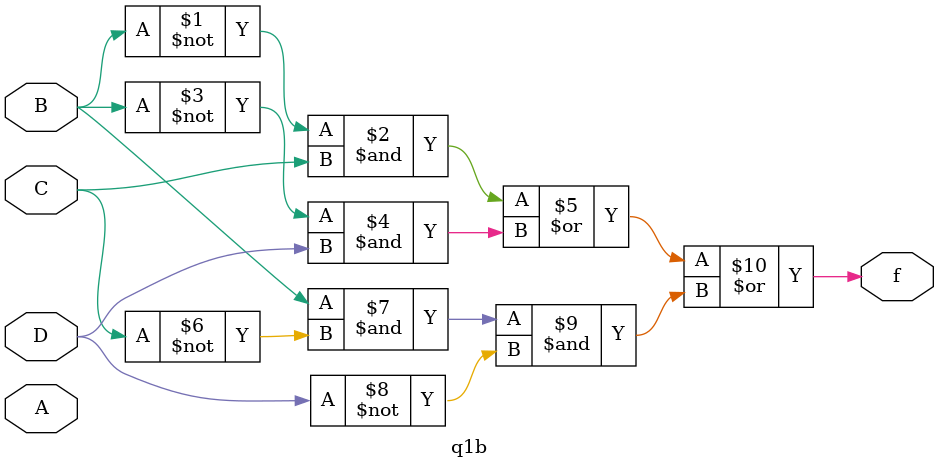
<source format=v>
module q1b(A,B,C,D,f);
input A,B,C,D;
output f;
assign f = (~B&C)|(~B&D)|(B&~C&~D);
endmodule

</source>
